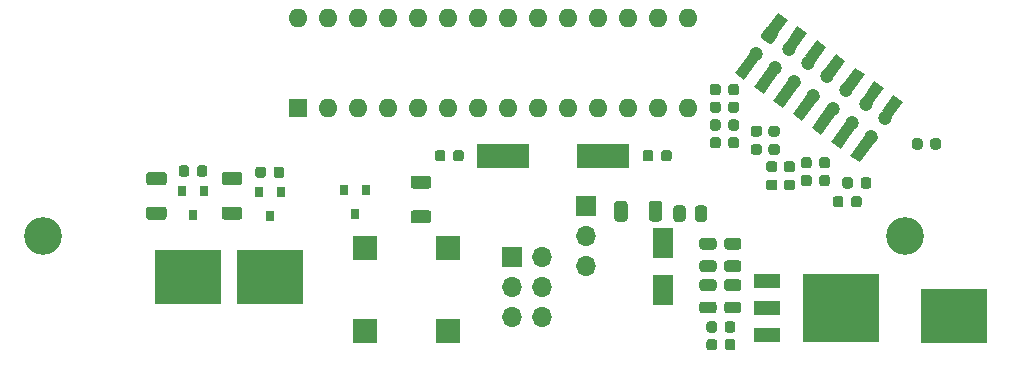
<source format=gbr>
%TF.GenerationSoftware,KiCad,Pcbnew,(5.1.9)-1*%
%TF.CreationDate,2021-10-08T19:18:35+02:00*%
%TF.ProjectId,multi_steering_kenwood_K24MSWK1MA,6d756c74-695f-4737-9465-6572696e675f,rev?*%
%TF.SameCoordinates,Original*%
%TF.FileFunction,Soldermask,Top*%
%TF.FilePolarity,Negative*%
%FSLAX46Y46*%
G04 Gerber Fmt 4.6, Leading zero omitted, Abs format (unit mm)*
G04 Created by KiCad (PCBNEW (5.1.9)-1) date 2021-10-08 19:18:35*
%MOMM*%
%LPD*%
G01*
G04 APERTURE LIST*
%ADD10C,0.100000*%
%ADD11R,4.500000X2.000000*%
%ADD12O,1.700000X1.700000*%
%ADD13R,1.700000X1.700000*%
%ADD14C,1.200000*%
%ADD15O,1.600000X1.600000*%
%ADD16R,1.600000X1.600000*%
%ADD17R,6.400000X5.800000*%
%ADD18R,2.200000X1.200000*%
%ADD19R,0.800000X0.900000*%
%ADD20R,5.700000X4.600000*%
%ADD21C,3.200000*%
%ADD22R,1.800000X2.500000*%
%ADD23R,2.000000X2.000000*%
G04 APERTURE END LIST*
%TO.C,R14*%
G36*
G01*
X103781500Y-125497800D02*
X103781500Y-125997800D01*
G75*
G02*
X103556500Y-126222800I-225000J0D01*
G01*
X103106500Y-126222800D01*
G75*
G02*
X102881500Y-125997800I0J225000D01*
G01*
X102881500Y-125497800D01*
G75*
G02*
X103106500Y-125272800I225000J0D01*
G01*
X103556500Y-125272800D01*
G75*
G02*
X103781500Y-125497800I0J-225000D01*
G01*
G37*
G36*
G01*
X105331500Y-125497800D02*
X105331500Y-125997800D01*
G75*
G02*
X105106500Y-126222800I-225000J0D01*
G01*
X104656500Y-126222800D01*
G75*
G02*
X104431500Y-125997800I0J225000D01*
G01*
X104431500Y-125497800D01*
G75*
G02*
X104656500Y-125272800I225000J0D01*
G01*
X105106500Y-125272800D01*
G75*
G02*
X105331500Y-125497800I0J-225000D01*
G01*
G37*
%TD*%
%TO.C,R13*%
G36*
G01*
X97281500Y-125397800D02*
X97281500Y-125897800D01*
G75*
G02*
X97056500Y-126122800I-225000J0D01*
G01*
X96606500Y-126122800D01*
G75*
G02*
X96381500Y-125897800I0J225000D01*
G01*
X96381500Y-125397800D01*
G75*
G02*
X96606500Y-125172800I225000J0D01*
G01*
X97056500Y-125172800D01*
G75*
G02*
X97281500Y-125397800I0J-225000D01*
G01*
G37*
G36*
G01*
X98831500Y-125397800D02*
X98831500Y-125897800D01*
G75*
G02*
X98606500Y-126122800I-225000J0D01*
G01*
X98156500Y-126122800D01*
G75*
G02*
X97931500Y-125897800I0J225000D01*
G01*
X97931500Y-125397800D01*
G75*
G02*
X98156500Y-125172800I225000J0D01*
G01*
X98606500Y-125172800D01*
G75*
G02*
X98831500Y-125397800I0J-225000D01*
G01*
G37*
%TD*%
D10*
%TO.C,X1*%
G36*
X156741492Y-121166937D02*
G01*
X155927377Y-120586234D01*
X156914572Y-119202237D01*
X157728687Y-119782940D01*
X156741492Y-121166937D01*
G37*
G36*
X154064451Y-124920009D02*
G01*
X153250335Y-124339307D01*
X154748549Y-122238889D01*
X155562665Y-122819591D01*
X154064451Y-124920009D01*
G37*
G36*
X155113261Y-120005531D02*
G01*
X154299146Y-119424828D01*
X155286341Y-118040831D01*
X156100456Y-118621534D01*
X155113261Y-120005531D01*
G37*
G36*
X152436220Y-123758603D02*
G01*
X151622104Y-123177901D01*
X153120318Y-121077483D01*
X153934434Y-121658185D01*
X152436220Y-123758603D01*
G37*
G36*
X153485030Y-118844125D02*
G01*
X152670915Y-118263422D01*
X153658110Y-116879425D01*
X154472225Y-117460128D01*
X153485030Y-118844125D01*
G37*
G36*
X150807989Y-122597197D02*
G01*
X149993873Y-122016495D01*
X151492087Y-119916077D01*
X152306203Y-120496779D01*
X150807989Y-122597197D01*
G37*
G36*
X151856799Y-117682719D02*
G01*
X151042684Y-117102016D01*
X152029879Y-115718019D01*
X152843994Y-116298722D01*
X151856799Y-117682719D01*
G37*
G36*
X149179758Y-121435791D02*
G01*
X148365642Y-120855089D01*
X149863856Y-118754671D01*
X150677972Y-119335373D01*
X149179758Y-121435791D01*
G37*
G36*
X150228568Y-116521313D02*
G01*
X149414453Y-115940610D01*
X150401648Y-114556613D01*
X151215763Y-115137316D01*
X150228568Y-116521313D01*
G37*
G36*
X147551527Y-120274385D02*
G01*
X146737411Y-119693683D01*
X148235625Y-117593265D01*
X149049741Y-118173967D01*
X147551527Y-120274385D01*
G37*
G36*
X148600337Y-115359907D02*
G01*
X147786222Y-114779204D01*
X148773417Y-113395207D01*
X149587532Y-113975910D01*
X148600337Y-115359907D01*
G37*
G36*
X145923296Y-119112979D02*
G01*
X145109180Y-118532277D01*
X146607394Y-116431859D01*
X147421510Y-117012561D01*
X145923296Y-119112979D01*
G37*
G36*
X146972106Y-114198501D02*
G01*
X146157991Y-113617798D01*
X147145186Y-112233801D01*
X147959301Y-112814504D01*
X146972106Y-114198501D01*
G37*
G36*
X144295065Y-117951573D02*
G01*
X143480949Y-117370871D01*
X144979163Y-115270453D01*
X145793279Y-115851155D01*
X144295065Y-117951573D01*
G37*
%TD*%
%TO.C,C9*%
G36*
G01*
X136581500Y-124097800D02*
X136581500Y-124597800D01*
G75*
G02*
X136356500Y-124822800I-225000J0D01*
G01*
X135906500Y-124822800D01*
G75*
G02*
X135681500Y-124597800I0J225000D01*
G01*
X135681500Y-124097800D01*
G75*
G02*
X135906500Y-123872800I225000J0D01*
G01*
X136356500Y-123872800D01*
G75*
G02*
X136581500Y-124097800I0J-225000D01*
G01*
G37*
G36*
G01*
X138131500Y-124097800D02*
X138131500Y-124597800D01*
G75*
G02*
X137906500Y-124822800I-225000J0D01*
G01*
X137456500Y-124822800D01*
G75*
G02*
X137231500Y-124597800I0J225000D01*
G01*
X137231500Y-124097800D01*
G75*
G02*
X137456500Y-123872800I225000J0D01*
G01*
X137906500Y-123872800D01*
G75*
G02*
X138131500Y-124097800I0J-225000D01*
G01*
G37*
%TD*%
%TO.C,C8*%
G36*
G01*
X119631500Y-124597800D02*
X119631500Y-124097800D01*
G75*
G02*
X119856500Y-123872800I225000J0D01*
G01*
X120306500Y-123872800D01*
G75*
G02*
X120531500Y-124097800I0J-225000D01*
G01*
X120531500Y-124597800D01*
G75*
G02*
X120306500Y-124822800I-225000J0D01*
G01*
X119856500Y-124822800D01*
G75*
G02*
X119631500Y-124597800I0J225000D01*
G01*
G37*
G36*
G01*
X118081500Y-124597800D02*
X118081500Y-124097800D01*
G75*
G02*
X118306500Y-123872800I225000J0D01*
G01*
X118756500Y-123872800D01*
G75*
G02*
X118981500Y-124097800I0J-225000D01*
G01*
X118981500Y-124597800D01*
G75*
G02*
X118756500Y-124822800I-225000J0D01*
G01*
X118306500Y-124822800D01*
G75*
G02*
X118081500Y-124597800I0J225000D01*
G01*
G37*
%TD*%
D11*
%TO.C,Y1*%
X132356500Y-124347800D03*
X123856500Y-124347800D03*
%TD*%
D12*
%TO.C,X14*%
X130906500Y-133687800D03*
X130906500Y-131147800D03*
D13*
X130906500Y-128607800D03*
%TD*%
D14*
%TO.C,X5*%
X155014480Y-122744467D03*
X153386249Y-121583061D03*
X151758018Y-120421655D03*
X150129787Y-119260249D03*
X148501556Y-118098843D03*
X146873325Y-116937437D03*
X145245094Y-115776031D03*
X156175886Y-121116235D03*
X154547655Y-119954830D03*
X152919424Y-118793424D03*
X151291193Y-117632018D03*
X149662962Y-116470612D03*
X148034731Y-115309206D03*
G36*
G01*
X145714784Y-114084320D02*
X146121277Y-113514437D01*
G75*
G02*
X146469980Y-113456084I203528J-145175D01*
G01*
X147039863Y-113862577D01*
G75*
G02*
X147098216Y-114211280I-145175J-203528D01*
G01*
X146691723Y-114781163D01*
G75*
G02*
X146343020Y-114839516I-203528J145175D01*
G01*
X145773137Y-114433023D01*
G75*
G02*
X145714784Y-114084320I145175J203528D01*
G01*
G37*
%TD*%
D15*
%TO.C,U2*%
X106506500Y-112727800D03*
X139526500Y-120347800D03*
X109046500Y-112727800D03*
X136986500Y-120347800D03*
X111586500Y-112727800D03*
X134446500Y-120347800D03*
X114126500Y-112727800D03*
X131906500Y-120347800D03*
X116666500Y-112727800D03*
X129366500Y-120347800D03*
X119206500Y-112727800D03*
X126826500Y-120347800D03*
X121746500Y-112727800D03*
X124286500Y-120347800D03*
X124286500Y-112727800D03*
X121746500Y-120347800D03*
X126826500Y-112727800D03*
X119206500Y-120347800D03*
X129366500Y-112727800D03*
X116666500Y-120347800D03*
X131906500Y-112727800D03*
X114126500Y-120347800D03*
X134446500Y-112727800D03*
X111586500Y-120347800D03*
X136986500Y-112727800D03*
X109046500Y-120347800D03*
X139526500Y-112727800D03*
D16*
X106506500Y-120347800D03*
%TD*%
D17*
%TO.C,U1*%
X152506500Y-137247800D03*
D18*
X146206500Y-139527800D03*
X146206500Y-137247800D03*
X146206500Y-134967800D03*
%TD*%
%TO.C,RV1*%
G36*
G01*
X140106500Y-129697801D02*
X140106500Y-128797799D01*
G75*
G02*
X140356499Y-128547800I249999J0D01*
G01*
X140881501Y-128547800D01*
G75*
G02*
X141131500Y-128797799I0J-249999D01*
G01*
X141131500Y-129697801D01*
G75*
G02*
X140881501Y-129947800I-249999J0D01*
G01*
X140356499Y-129947800D01*
G75*
G02*
X140106500Y-129697801I0J249999D01*
G01*
G37*
G36*
G01*
X138281500Y-129697801D02*
X138281500Y-128797799D01*
G75*
G02*
X138531499Y-128547800I249999J0D01*
G01*
X139056501Y-128547800D01*
G75*
G02*
X139306500Y-128797799I0J-249999D01*
G01*
X139306500Y-129697801D01*
G75*
G02*
X139056501Y-129947800I-249999J0D01*
G01*
X138531499Y-129947800D01*
G75*
G02*
X138281500Y-129697801I0J249999D01*
G01*
G37*
%TD*%
%TO.C,R12*%
G36*
G01*
X116281499Y-128947800D02*
X117531501Y-128947800D01*
G75*
G02*
X117781500Y-129197799I0J-249999D01*
G01*
X117781500Y-129822801D01*
G75*
G02*
X117531501Y-130072800I-249999J0D01*
G01*
X116281499Y-130072800D01*
G75*
G02*
X116031500Y-129822801I0J249999D01*
G01*
X116031500Y-129197799D01*
G75*
G02*
X116281499Y-128947800I249999J0D01*
G01*
G37*
G36*
G01*
X116281499Y-126022800D02*
X117531501Y-126022800D01*
G75*
G02*
X117781500Y-126272799I0J-249999D01*
G01*
X117781500Y-126897801D01*
G75*
G02*
X117531501Y-127147800I-249999J0D01*
G01*
X116281499Y-127147800D01*
G75*
G02*
X116031500Y-126897801I0J249999D01*
G01*
X116031500Y-126272799D01*
G75*
G02*
X116281499Y-126022800I249999J0D01*
G01*
G37*
%TD*%
%TO.C,R4*%
G36*
G01*
X101531501Y-126847800D02*
X100281499Y-126847800D01*
G75*
G02*
X100031500Y-126597801I0J249999D01*
G01*
X100031500Y-125972799D01*
G75*
G02*
X100281499Y-125722800I249999J0D01*
G01*
X101531501Y-125722800D01*
G75*
G02*
X101781500Y-125972799I0J-249999D01*
G01*
X101781500Y-126597801D01*
G75*
G02*
X101531501Y-126847800I-249999J0D01*
G01*
G37*
G36*
G01*
X101531501Y-129772800D02*
X100281499Y-129772800D01*
G75*
G02*
X100031500Y-129522801I0J249999D01*
G01*
X100031500Y-128897799D01*
G75*
G02*
X100281499Y-128647800I249999J0D01*
G01*
X101531501Y-128647800D01*
G75*
G02*
X101781500Y-128897799I0J-249999D01*
G01*
X101781500Y-129522801D01*
G75*
G02*
X101531501Y-129772800I-249999J0D01*
G01*
G37*
%TD*%
%TO.C,R3*%
G36*
G01*
X95131501Y-126847800D02*
X93881499Y-126847800D01*
G75*
G02*
X93631500Y-126597801I0J249999D01*
G01*
X93631500Y-125972799D01*
G75*
G02*
X93881499Y-125722800I249999J0D01*
G01*
X95131501Y-125722800D01*
G75*
G02*
X95381500Y-125972799I0J-249999D01*
G01*
X95381500Y-126597801D01*
G75*
G02*
X95131501Y-126847800I-249999J0D01*
G01*
G37*
G36*
G01*
X95131501Y-129772800D02*
X93881499Y-129772800D01*
G75*
G02*
X93631500Y-129522801I0J249999D01*
G01*
X93631500Y-128897799D01*
G75*
G02*
X93881499Y-128647800I249999J0D01*
G01*
X95131501Y-128647800D01*
G75*
G02*
X95381500Y-128897799I0J-249999D01*
G01*
X95381500Y-129522801D01*
G75*
G02*
X95131501Y-129772800I-249999J0D01*
G01*
G37*
%TD*%
%TO.C,R2*%
G36*
G01*
X141981500Y-138597800D02*
X141981500Y-139097800D01*
G75*
G02*
X141756500Y-139322800I-225000J0D01*
G01*
X141306500Y-139322800D01*
G75*
G02*
X141081500Y-139097800I0J225000D01*
G01*
X141081500Y-138597800D01*
G75*
G02*
X141306500Y-138372800I225000J0D01*
G01*
X141756500Y-138372800D01*
G75*
G02*
X141981500Y-138597800I0J-225000D01*
G01*
G37*
G36*
G01*
X143531500Y-138597800D02*
X143531500Y-139097800D01*
G75*
G02*
X143306500Y-139322800I-225000J0D01*
G01*
X142856500Y-139322800D01*
G75*
G02*
X142631500Y-139097800I0J225000D01*
G01*
X142631500Y-138597800D01*
G75*
G02*
X142856500Y-138372800I225000J0D01*
G01*
X143306500Y-138372800D01*
G75*
G02*
X143531500Y-138597800I0J-225000D01*
G01*
G37*
%TD*%
%TO.C,R1*%
G36*
G01*
X134406500Y-128422799D02*
X134406500Y-129672801D01*
G75*
G02*
X134156501Y-129922800I-249999J0D01*
G01*
X133531499Y-129922800D01*
G75*
G02*
X133281500Y-129672801I0J249999D01*
G01*
X133281500Y-128422799D01*
G75*
G02*
X133531499Y-128172800I249999J0D01*
G01*
X134156501Y-128172800D01*
G75*
G02*
X134406500Y-128422799I0J-249999D01*
G01*
G37*
G36*
G01*
X137331500Y-128422799D02*
X137331500Y-129672801D01*
G75*
G02*
X137081501Y-129922800I-249999J0D01*
G01*
X136456499Y-129922800D01*
G75*
G02*
X136206500Y-129672801I0J249999D01*
G01*
X136206500Y-128422799D01*
G75*
G02*
X136456499Y-128172800I249999J0D01*
G01*
X137081501Y-128172800D01*
G75*
G02*
X137331500Y-128422799I0J-249999D01*
G01*
G37*
%TD*%
D19*
%TO.C,Q3*%
X111306500Y-129247800D03*
X110356500Y-127247800D03*
X112256500Y-127247800D03*
%TD*%
%TO.C,Q2*%
X104106500Y-129447800D03*
X103156500Y-127447800D03*
X105056500Y-127447800D03*
%TD*%
%TO.C,Q1*%
X97606500Y-129347800D03*
X96656500Y-127347800D03*
X98556500Y-127347800D03*
%TD*%
D12*
%TO.C,J4*%
X127146500Y-138027800D03*
X124606500Y-138027800D03*
X127146500Y-135487800D03*
X124606500Y-135487800D03*
X127146500Y-132947800D03*
D13*
X124606500Y-132947800D03*
%TD*%
D20*
%TO.C,J3*%
X162006500Y-137947800D03*
%TD*%
%TO.C,J2*%
X104106500Y-134647800D03*
%TD*%
%TO.C,J1*%
X97206500Y-134647800D03*
%TD*%
D21*
%TO.C,H2*%
X84906500Y-131147800D03*
%TD*%
%TO.C,H1*%
X157906500Y-131147800D03*
%TD*%
D22*
%TO.C,D1*%
X137406500Y-131747800D03*
X137406500Y-135747800D03*
%TD*%
%TO.C,C22*%
G36*
G01*
X142281500Y-119997800D02*
X142281500Y-120497800D01*
G75*
G02*
X142056500Y-120722800I-225000J0D01*
G01*
X141606500Y-120722800D01*
G75*
G02*
X141381500Y-120497800I0J225000D01*
G01*
X141381500Y-119997800D01*
G75*
G02*
X141606500Y-119772800I225000J0D01*
G01*
X142056500Y-119772800D01*
G75*
G02*
X142281500Y-119997800I0J-225000D01*
G01*
G37*
G36*
G01*
X143831500Y-119997800D02*
X143831500Y-120497800D01*
G75*
G02*
X143606500Y-120722800I-225000J0D01*
G01*
X143156500Y-120722800D01*
G75*
G02*
X142931500Y-120497800I0J225000D01*
G01*
X142931500Y-119997800D01*
G75*
G02*
X143156500Y-119772800I225000J0D01*
G01*
X143606500Y-119772800D01*
G75*
G02*
X143831500Y-119997800I0J-225000D01*
G01*
G37*
%TD*%
%TO.C,C21*%
G36*
G01*
X142281500Y-122997800D02*
X142281500Y-123497800D01*
G75*
G02*
X142056500Y-123722800I-225000J0D01*
G01*
X141606500Y-123722800D01*
G75*
G02*
X141381500Y-123497800I0J225000D01*
G01*
X141381500Y-122997800D01*
G75*
G02*
X141606500Y-122772800I225000J0D01*
G01*
X142056500Y-122772800D01*
G75*
G02*
X142281500Y-122997800I0J-225000D01*
G01*
G37*
G36*
G01*
X143831500Y-122997800D02*
X143831500Y-123497800D01*
G75*
G02*
X143606500Y-123722800I-225000J0D01*
G01*
X143156500Y-123722800D01*
G75*
G02*
X142931500Y-123497800I0J225000D01*
G01*
X142931500Y-122997800D01*
G75*
G02*
X143156500Y-122772800I225000J0D01*
G01*
X143606500Y-122772800D01*
G75*
G02*
X143831500Y-122997800I0J-225000D01*
G01*
G37*
%TD*%
%TO.C,C20*%
G36*
G01*
X146556500Y-123372800D02*
X147056500Y-123372800D01*
G75*
G02*
X147281500Y-123597800I0J-225000D01*
G01*
X147281500Y-124047800D01*
G75*
G02*
X147056500Y-124272800I-225000J0D01*
G01*
X146556500Y-124272800D01*
G75*
G02*
X146331500Y-124047800I0J225000D01*
G01*
X146331500Y-123597800D01*
G75*
G02*
X146556500Y-123372800I225000J0D01*
G01*
G37*
G36*
G01*
X146556500Y-121822800D02*
X147056500Y-121822800D01*
G75*
G02*
X147281500Y-122047800I0J-225000D01*
G01*
X147281500Y-122497800D01*
G75*
G02*
X147056500Y-122722800I-225000J0D01*
G01*
X146556500Y-122722800D01*
G75*
G02*
X146331500Y-122497800I0J225000D01*
G01*
X146331500Y-122047800D01*
G75*
G02*
X146556500Y-121822800I225000J0D01*
G01*
G37*
%TD*%
%TO.C,C19*%
G36*
G01*
X147856500Y-126372800D02*
X148356500Y-126372800D01*
G75*
G02*
X148581500Y-126597800I0J-225000D01*
G01*
X148581500Y-127047800D01*
G75*
G02*
X148356500Y-127272800I-225000J0D01*
G01*
X147856500Y-127272800D01*
G75*
G02*
X147631500Y-127047800I0J225000D01*
G01*
X147631500Y-126597800D01*
G75*
G02*
X147856500Y-126372800I225000J0D01*
G01*
G37*
G36*
G01*
X147856500Y-124822800D02*
X148356500Y-124822800D01*
G75*
G02*
X148581500Y-125047800I0J-225000D01*
G01*
X148581500Y-125497800D01*
G75*
G02*
X148356500Y-125722800I-225000J0D01*
G01*
X147856500Y-125722800D01*
G75*
G02*
X147631500Y-125497800I0J225000D01*
G01*
X147631500Y-125047800D01*
G75*
G02*
X147856500Y-124822800I225000J0D01*
G01*
G37*
%TD*%
%TO.C,C18*%
G36*
G01*
X149981500Y-124697800D02*
X149981500Y-125197800D01*
G75*
G02*
X149756500Y-125422800I-225000J0D01*
G01*
X149306500Y-125422800D01*
G75*
G02*
X149081500Y-125197800I0J225000D01*
G01*
X149081500Y-124697800D01*
G75*
G02*
X149306500Y-124472800I225000J0D01*
G01*
X149756500Y-124472800D01*
G75*
G02*
X149981500Y-124697800I0J-225000D01*
G01*
G37*
G36*
G01*
X151531500Y-124697800D02*
X151531500Y-125197800D01*
G75*
G02*
X151306500Y-125422800I-225000J0D01*
G01*
X150856500Y-125422800D01*
G75*
G02*
X150631500Y-125197800I0J225000D01*
G01*
X150631500Y-124697800D01*
G75*
G02*
X150856500Y-124472800I225000J0D01*
G01*
X151306500Y-124472800D01*
G75*
G02*
X151531500Y-124697800I0J-225000D01*
G01*
G37*
%TD*%
%TO.C,C17*%
G36*
G01*
X153331500Y-128497800D02*
X153331500Y-127997800D01*
G75*
G02*
X153556500Y-127772800I225000J0D01*
G01*
X154006500Y-127772800D01*
G75*
G02*
X154231500Y-127997800I0J-225000D01*
G01*
X154231500Y-128497800D01*
G75*
G02*
X154006500Y-128722800I-225000J0D01*
G01*
X153556500Y-128722800D01*
G75*
G02*
X153331500Y-128497800I0J225000D01*
G01*
G37*
G36*
G01*
X151781500Y-128497800D02*
X151781500Y-127997800D01*
G75*
G02*
X152006500Y-127772800I225000J0D01*
G01*
X152456500Y-127772800D01*
G75*
G02*
X152681500Y-127997800I0J-225000D01*
G01*
X152681500Y-128497800D01*
G75*
G02*
X152456500Y-128722800I-225000J0D01*
G01*
X152006500Y-128722800D01*
G75*
G02*
X151781500Y-128497800I0J225000D01*
G01*
G37*
%TD*%
%TO.C,C16*%
G36*
G01*
X160031500Y-123597800D02*
X160031500Y-123097800D01*
G75*
G02*
X160256500Y-122872800I225000J0D01*
G01*
X160706500Y-122872800D01*
G75*
G02*
X160931500Y-123097800I0J-225000D01*
G01*
X160931500Y-123597800D01*
G75*
G02*
X160706500Y-123822800I-225000J0D01*
G01*
X160256500Y-123822800D01*
G75*
G02*
X160031500Y-123597800I0J225000D01*
G01*
G37*
G36*
G01*
X158481500Y-123597800D02*
X158481500Y-123097800D01*
G75*
G02*
X158706500Y-122872800I225000J0D01*
G01*
X159156500Y-122872800D01*
G75*
G02*
X159381500Y-123097800I0J-225000D01*
G01*
X159381500Y-123597800D01*
G75*
G02*
X159156500Y-123822800I-225000J0D01*
G01*
X158706500Y-123822800D01*
G75*
G02*
X158481500Y-123597800I0J225000D01*
G01*
G37*
%TD*%
%TO.C,C15*%
G36*
G01*
X154131500Y-126897800D02*
X154131500Y-126397800D01*
G75*
G02*
X154356500Y-126172800I225000J0D01*
G01*
X154806500Y-126172800D01*
G75*
G02*
X155031500Y-126397800I0J-225000D01*
G01*
X155031500Y-126897800D01*
G75*
G02*
X154806500Y-127122800I-225000J0D01*
G01*
X154356500Y-127122800D01*
G75*
G02*
X154131500Y-126897800I0J225000D01*
G01*
G37*
G36*
G01*
X152581500Y-126897800D02*
X152581500Y-126397800D01*
G75*
G02*
X152806500Y-126172800I225000J0D01*
G01*
X153256500Y-126172800D01*
G75*
G02*
X153481500Y-126397800I0J-225000D01*
G01*
X153481500Y-126897800D01*
G75*
G02*
X153256500Y-127122800I-225000J0D01*
G01*
X152806500Y-127122800D01*
G75*
G02*
X152581500Y-126897800I0J225000D01*
G01*
G37*
%TD*%
%TO.C,C14*%
G36*
G01*
X149981500Y-126197800D02*
X149981500Y-126697800D01*
G75*
G02*
X149756500Y-126922800I-225000J0D01*
G01*
X149306500Y-126922800D01*
G75*
G02*
X149081500Y-126697800I0J225000D01*
G01*
X149081500Y-126197800D01*
G75*
G02*
X149306500Y-125972800I225000J0D01*
G01*
X149756500Y-125972800D01*
G75*
G02*
X149981500Y-126197800I0J-225000D01*
G01*
G37*
G36*
G01*
X151531500Y-126197800D02*
X151531500Y-126697800D01*
G75*
G02*
X151306500Y-126922800I-225000J0D01*
G01*
X150856500Y-126922800D01*
G75*
G02*
X150631500Y-126697800I0J225000D01*
G01*
X150631500Y-126197800D01*
G75*
G02*
X150856500Y-125972800I225000J0D01*
G01*
X151306500Y-125972800D01*
G75*
G02*
X151531500Y-126197800I0J-225000D01*
G01*
G37*
%TD*%
%TO.C,C13*%
G36*
G01*
X146356500Y-126372800D02*
X146856500Y-126372800D01*
G75*
G02*
X147081500Y-126597800I0J-225000D01*
G01*
X147081500Y-127047800D01*
G75*
G02*
X146856500Y-127272800I-225000J0D01*
G01*
X146356500Y-127272800D01*
G75*
G02*
X146131500Y-127047800I0J225000D01*
G01*
X146131500Y-126597800D01*
G75*
G02*
X146356500Y-126372800I225000J0D01*
G01*
G37*
G36*
G01*
X146356500Y-124822800D02*
X146856500Y-124822800D01*
G75*
G02*
X147081500Y-125047800I0J-225000D01*
G01*
X147081500Y-125497800D01*
G75*
G02*
X146856500Y-125722800I-225000J0D01*
G01*
X146356500Y-125722800D01*
G75*
G02*
X146131500Y-125497800I0J225000D01*
G01*
X146131500Y-125047800D01*
G75*
G02*
X146356500Y-124822800I225000J0D01*
G01*
G37*
%TD*%
%TO.C,C12*%
G36*
G01*
X145056500Y-123372800D02*
X145556500Y-123372800D01*
G75*
G02*
X145781500Y-123597800I0J-225000D01*
G01*
X145781500Y-124047800D01*
G75*
G02*
X145556500Y-124272800I-225000J0D01*
G01*
X145056500Y-124272800D01*
G75*
G02*
X144831500Y-124047800I0J225000D01*
G01*
X144831500Y-123597800D01*
G75*
G02*
X145056500Y-123372800I225000J0D01*
G01*
G37*
G36*
G01*
X145056500Y-121822800D02*
X145556500Y-121822800D01*
G75*
G02*
X145781500Y-122047800I0J-225000D01*
G01*
X145781500Y-122497800D01*
G75*
G02*
X145556500Y-122722800I-225000J0D01*
G01*
X145056500Y-122722800D01*
G75*
G02*
X144831500Y-122497800I0J225000D01*
G01*
X144831500Y-122047800D01*
G75*
G02*
X145056500Y-121822800I225000J0D01*
G01*
G37*
%TD*%
%TO.C,C11*%
G36*
G01*
X142281500Y-121497800D02*
X142281500Y-121997800D01*
G75*
G02*
X142056500Y-122222800I-225000J0D01*
G01*
X141606500Y-122222800D01*
G75*
G02*
X141381500Y-121997800I0J225000D01*
G01*
X141381500Y-121497800D01*
G75*
G02*
X141606500Y-121272800I225000J0D01*
G01*
X142056500Y-121272800D01*
G75*
G02*
X142281500Y-121497800I0J-225000D01*
G01*
G37*
G36*
G01*
X143831500Y-121497800D02*
X143831500Y-121997800D01*
G75*
G02*
X143606500Y-122222800I-225000J0D01*
G01*
X143156500Y-122222800D01*
G75*
G02*
X142931500Y-121997800I0J225000D01*
G01*
X142931500Y-121497800D01*
G75*
G02*
X143156500Y-121272800I225000J0D01*
G01*
X143606500Y-121272800D01*
G75*
G02*
X143831500Y-121497800I0J-225000D01*
G01*
G37*
%TD*%
%TO.C,C10*%
G36*
G01*
X142281500Y-118497800D02*
X142281500Y-118997800D01*
G75*
G02*
X142056500Y-119222800I-225000J0D01*
G01*
X141606500Y-119222800D01*
G75*
G02*
X141381500Y-118997800I0J225000D01*
G01*
X141381500Y-118497800D01*
G75*
G02*
X141606500Y-118272800I225000J0D01*
G01*
X142056500Y-118272800D01*
G75*
G02*
X142281500Y-118497800I0J-225000D01*
G01*
G37*
G36*
G01*
X143831500Y-118497800D02*
X143831500Y-118997800D01*
G75*
G02*
X143606500Y-119222800I-225000J0D01*
G01*
X143156500Y-119222800D01*
G75*
G02*
X142931500Y-118997800I0J225000D01*
G01*
X142931500Y-118497800D01*
G75*
G02*
X143156500Y-118272800I225000J0D01*
G01*
X143606500Y-118272800D01*
G75*
G02*
X143831500Y-118497800I0J-225000D01*
G01*
G37*
%TD*%
%TO.C,C5*%
G36*
G01*
X141981500Y-140097800D02*
X141981500Y-140597800D01*
G75*
G02*
X141756500Y-140822800I-225000J0D01*
G01*
X141306500Y-140822800D01*
G75*
G02*
X141081500Y-140597800I0J225000D01*
G01*
X141081500Y-140097800D01*
G75*
G02*
X141306500Y-139872800I225000J0D01*
G01*
X141756500Y-139872800D01*
G75*
G02*
X141981500Y-140097800I0J-225000D01*
G01*
G37*
G36*
G01*
X143531500Y-140097800D02*
X143531500Y-140597800D01*
G75*
G02*
X143306500Y-140822800I-225000J0D01*
G01*
X142856500Y-140822800D01*
G75*
G02*
X142631500Y-140597800I0J225000D01*
G01*
X142631500Y-140097800D01*
G75*
G02*
X142856500Y-139872800I225000J0D01*
G01*
X143306500Y-139872800D01*
G75*
G02*
X143531500Y-140097800I0J-225000D01*
G01*
G37*
%TD*%
%TO.C,C4*%
G36*
G01*
X141681500Y-132297800D02*
X140731500Y-132297800D01*
G75*
G02*
X140481500Y-132047800I0J250000D01*
G01*
X140481500Y-131547800D01*
G75*
G02*
X140731500Y-131297800I250000J0D01*
G01*
X141681500Y-131297800D01*
G75*
G02*
X141931500Y-131547800I0J-250000D01*
G01*
X141931500Y-132047800D01*
G75*
G02*
X141681500Y-132297800I-250000J0D01*
G01*
G37*
G36*
G01*
X141681500Y-134197800D02*
X140731500Y-134197800D01*
G75*
G02*
X140481500Y-133947800I0J250000D01*
G01*
X140481500Y-133447800D01*
G75*
G02*
X140731500Y-133197800I250000J0D01*
G01*
X141681500Y-133197800D01*
G75*
G02*
X141931500Y-133447800I0J-250000D01*
G01*
X141931500Y-133947800D01*
G75*
G02*
X141681500Y-134197800I-250000J0D01*
G01*
G37*
%TD*%
%TO.C,C3*%
G36*
G01*
X142831500Y-136697800D02*
X143781500Y-136697800D01*
G75*
G02*
X144031500Y-136947800I0J-250000D01*
G01*
X144031500Y-137447800D01*
G75*
G02*
X143781500Y-137697800I-250000J0D01*
G01*
X142831500Y-137697800D01*
G75*
G02*
X142581500Y-137447800I0J250000D01*
G01*
X142581500Y-136947800D01*
G75*
G02*
X142831500Y-136697800I250000J0D01*
G01*
G37*
G36*
G01*
X142831500Y-134797800D02*
X143781500Y-134797800D01*
G75*
G02*
X144031500Y-135047800I0J-250000D01*
G01*
X144031500Y-135547800D01*
G75*
G02*
X143781500Y-135797800I-250000J0D01*
G01*
X142831500Y-135797800D01*
G75*
G02*
X142581500Y-135547800I0J250000D01*
G01*
X142581500Y-135047800D01*
G75*
G02*
X142831500Y-134797800I250000J0D01*
G01*
G37*
%TD*%
%TO.C,C2*%
G36*
G01*
X140731500Y-136697800D02*
X141681500Y-136697800D01*
G75*
G02*
X141931500Y-136947800I0J-250000D01*
G01*
X141931500Y-137447800D01*
G75*
G02*
X141681500Y-137697800I-250000J0D01*
G01*
X140731500Y-137697800D01*
G75*
G02*
X140481500Y-137447800I0J250000D01*
G01*
X140481500Y-136947800D01*
G75*
G02*
X140731500Y-136697800I250000J0D01*
G01*
G37*
G36*
G01*
X140731500Y-134797800D02*
X141681500Y-134797800D01*
G75*
G02*
X141931500Y-135047800I0J-250000D01*
G01*
X141931500Y-135547800D01*
G75*
G02*
X141681500Y-135797800I-250000J0D01*
G01*
X140731500Y-135797800D01*
G75*
G02*
X140481500Y-135547800I0J250000D01*
G01*
X140481500Y-135047800D01*
G75*
G02*
X140731500Y-134797800I250000J0D01*
G01*
G37*
%TD*%
%TO.C,C1*%
G36*
G01*
X143781500Y-132297800D02*
X142831500Y-132297800D01*
G75*
G02*
X142581500Y-132047800I0J250000D01*
G01*
X142581500Y-131547800D01*
G75*
G02*
X142831500Y-131297800I250000J0D01*
G01*
X143781500Y-131297800D01*
G75*
G02*
X144031500Y-131547800I0J-250000D01*
G01*
X144031500Y-132047800D01*
G75*
G02*
X143781500Y-132297800I-250000J0D01*
G01*
G37*
G36*
G01*
X143781500Y-134197800D02*
X142831500Y-134197800D01*
G75*
G02*
X142581500Y-133947800I0J250000D01*
G01*
X142581500Y-133447800D01*
G75*
G02*
X142831500Y-133197800I250000J0D01*
G01*
X143781500Y-133197800D01*
G75*
G02*
X144031500Y-133447800I0J-250000D01*
G01*
X144031500Y-133947800D01*
G75*
G02*
X143781500Y-134197800I-250000J0D01*
G01*
G37*
%TD*%
D23*
%TO.C,BZ1*%
X112206500Y-132147800D03*
X112206500Y-139147800D03*
X119206500Y-139147800D03*
X119206500Y-132147800D03*
%TD*%
M02*

</source>
